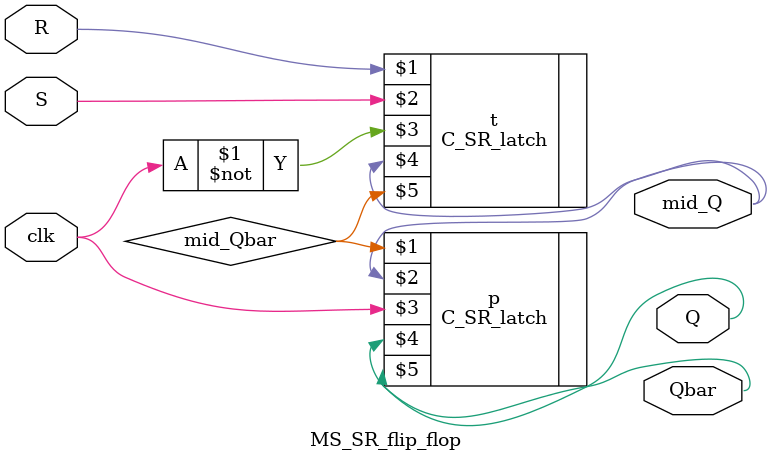
<source format=v>
module MS_SR_flip_flop(
    input S,
    input R,
    input clk,
    output mid_Q,
    output Q,
    output Qbar
);
wire mid_Qbar, Qbar;
wire Q;
C_SR_latch t(R, S, ~clk, mid_Q, mid_Qbar);
C_SR_latch p(mid_Qbar, mid_Q, clk, Q, Qbar);
endmodule

</source>
